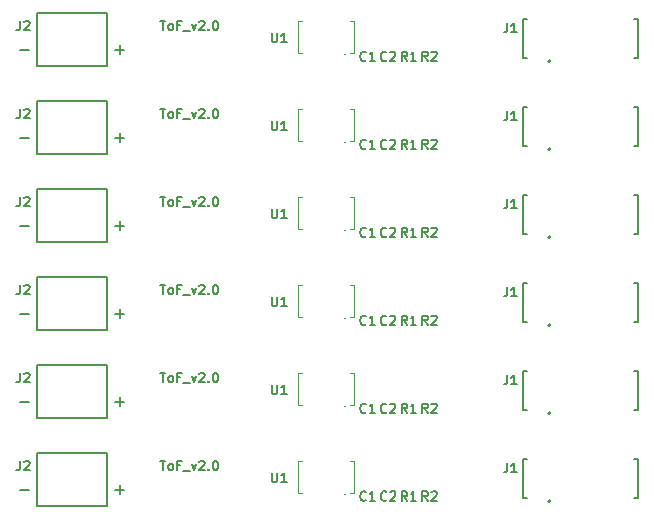
<source format=gbr>
%TF.GenerationSoftware,KiCad,Pcbnew,7.0.7-7.0.7~ubuntu22.04.1*%
%TF.CreationDate,2023-09-16T17:49:40-05:00*%
%TF.ProjectId,TOF_PANELIZED,544f465f-5041-44e4-954c-495a45442e6b,000*%
%TF.SameCoordinates,Original*%
%TF.FileFunction,Legend,Top*%
%TF.FilePolarity,Positive*%
%FSLAX46Y46*%
G04 Gerber Fmt 4.6, Leading zero omitted, Abs format (unit mm)*
G04 Created by KiCad (PCBNEW 7.0.7-7.0.7~ubuntu22.04.1) date 2023-09-16 17:49:40*
%MOMM*%
%LPD*%
G01*
G04 APERTURE LIST*
%ADD10C,0.150000*%
%ADD11C,0.127000*%
%ADD12C,0.120000*%
%ADD13C,0.200000*%
G04 APERTURE END LIST*
D10*
X62674761Y-65712295D02*
X63131904Y-65712295D01*
X62903332Y-66512295D02*
X62903332Y-65712295D01*
X63512856Y-66512295D02*
X63436666Y-66474200D01*
X63436666Y-66474200D02*
X63398571Y-66436104D01*
X63398571Y-66436104D02*
X63360475Y-66359914D01*
X63360475Y-66359914D02*
X63360475Y-66131342D01*
X63360475Y-66131342D02*
X63398571Y-66055152D01*
X63398571Y-66055152D02*
X63436666Y-66017057D01*
X63436666Y-66017057D02*
X63512856Y-65978961D01*
X63512856Y-65978961D02*
X63627142Y-65978961D01*
X63627142Y-65978961D02*
X63703333Y-66017057D01*
X63703333Y-66017057D02*
X63741428Y-66055152D01*
X63741428Y-66055152D02*
X63779523Y-66131342D01*
X63779523Y-66131342D02*
X63779523Y-66359914D01*
X63779523Y-66359914D02*
X63741428Y-66436104D01*
X63741428Y-66436104D02*
X63703333Y-66474200D01*
X63703333Y-66474200D02*
X63627142Y-66512295D01*
X63627142Y-66512295D02*
X63512856Y-66512295D01*
X64389047Y-66093247D02*
X64122381Y-66093247D01*
X64122381Y-66512295D02*
X64122381Y-65712295D01*
X64122381Y-65712295D02*
X64503333Y-65712295D01*
X64617619Y-66588485D02*
X65227142Y-66588485D01*
X65341428Y-65978961D02*
X65531904Y-66512295D01*
X65531904Y-66512295D02*
X65722381Y-65978961D01*
X65989047Y-65788485D02*
X66027143Y-65750390D01*
X66027143Y-65750390D02*
X66103333Y-65712295D01*
X66103333Y-65712295D02*
X66293809Y-65712295D01*
X66293809Y-65712295D02*
X66370000Y-65750390D01*
X66370000Y-65750390D02*
X66408095Y-65788485D01*
X66408095Y-65788485D02*
X66446190Y-65864676D01*
X66446190Y-65864676D02*
X66446190Y-65940866D01*
X66446190Y-65940866D02*
X66408095Y-66055152D01*
X66408095Y-66055152D02*
X65950952Y-66512295D01*
X65950952Y-66512295D02*
X66446190Y-66512295D01*
X66789048Y-66436104D02*
X66827143Y-66474200D01*
X66827143Y-66474200D02*
X66789048Y-66512295D01*
X66789048Y-66512295D02*
X66750952Y-66474200D01*
X66750952Y-66474200D02*
X66789048Y-66436104D01*
X66789048Y-66436104D02*
X66789048Y-66512295D01*
X67322381Y-65712295D02*
X67398571Y-65712295D01*
X67398571Y-65712295D02*
X67474762Y-65750390D01*
X67474762Y-65750390D02*
X67512857Y-65788485D01*
X67512857Y-65788485D02*
X67550952Y-65864676D01*
X67550952Y-65864676D02*
X67589047Y-66017057D01*
X67589047Y-66017057D02*
X67589047Y-66207533D01*
X67589047Y-66207533D02*
X67550952Y-66359914D01*
X67550952Y-66359914D02*
X67512857Y-66436104D01*
X67512857Y-66436104D02*
X67474762Y-66474200D01*
X67474762Y-66474200D02*
X67398571Y-66512295D01*
X67398571Y-66512295D02*
X67322381Y-66512295D01*
X67322381Y-66512295D02*
X67246190Y-66474200D01*
X67246190Y-66474200D02*
X67208095Y-66436104D01*
X67208095Y-66436104D02*
X67170000Y-66359914D01*
X67170000Y-66359914D02*
X67131904Y-66207533D01*
X67131904Y-66207533D02*
X67131904Y-66017057D01*
X67131904Y-66017057D02*
X67170000Y-65864676D01*
X67170000Y-65864676D02*
X67208095Y-65788485D01*
X67208095Y-65788485D02*
X67246190Y-65750390D01*
X67246190Y-65750390D02*
X67322381Y-65712295D01*
X50829048Y-45808866D02*
X51590953Y-45808866D01*
X62674761Y-43362295D02*
X63131904Y-43362295D01*
X62903332Y-44162295D02*
X62903332Y-43362295D01*
X63512856Y-44162295D02*
X63436666Y-44124200D01*
X63436666Y-44124200D02*
X63398571Y-44086104D01*
X63398571Y-44086104D02*
X63360475Y-44009914D01*
X63360475Y-44009914D02*
X63360475Y-43781342D01*
X63360475Y-43781342D02*
X63398571Y-43705152D01*
X63398571Y-43705152D02*
X63436666Y-43667057D01*
X63436666Y-43667057D02*
X63512856Y-43628961D01*
X63512856Y-43628961D02*
X63627142Y-43628961D01*
X63627142Y-43628961D02*
X63703333Y-43667057D01*
X63703333Y-43667057D02*
X63741428Y-43705152D01*
X63741428Y-43705152D02*
X63779523Y-43781342D01*
X63779523Y-43781342D02*
X63779523Y-44009914D01*
X63779523Y-44009914D02*
X63741428Y-44086104D01*
X63741428Y-44086104D02*
X63703333Y-44124200D01*
X63703333Y-44124200D02*
X63627142Y-44162295D01*
X63627142Y-44162295D02*
X63512856Y-44162295D01*
X64389047Y-43743247D02*
X64122381Y-43743247D01*
X64122381Y-44162295D02*
X64122381Y-43362295D01*
X64122381Y-43362295D02*
X64503333Y-43362295D01*
X64617619Y-44238485D02*
X65227142Y-44238485D01*
X65341428Y-43628961D02*
X65531904Y-44162295D01*
X65531904Y-44162295D02*
X65722381Y-43628961D01*
X65989047Y-43438485D02*
X66027143Y-43400390D01*
X66027143Y-43400390D02*
X66103333Y-43362295D01*
X66103333Y-43362295D02*
X66293809Y-43362295D01*
X66293809Y-43362295D02*
X66370000Y-43400390D01*
X66370000Y-43400390D02*
X66408095Y-43438485D01*
X66408095Y-43438485D02*
X66446190Y-43514676D01*
X66446190Y-43514676D02*
X66446190Y-43590866D01*
X66446190Y-43590866D02*
X66408095Y-43705152D01*
X66408095Y-43705152D02*
X65950952Y-44162295D01*
X65950952Y-44162295D02*
X66446190Y-44162295D01*
X66789048Y-44086104D02*
X66827143Y-44124200D01*
X66827143Y-44124200D02*
X66789048Y-44162295D01*
X66789048Y-44162295D02*
X66750952Y-44124200D01*
X66750952Y-44124200D02*
X66789048Y-44086104D01*
X66789048Y-44086104D02*
X66789048Y-44162295D01*
X67322381Y-43362295D02*
X67398571Y-43362295D01*
X67398571Y-43362295D02*
X67474762Y-43400390D01*
X67474762Y-43400390D02*
X67512857Y-43438485D01*
X67512857Y-43438485D02*
X67550952Y-43514676D01*
X67550952Y-43514676D02*
X67589047Y-43667057D01*
X67589047Y-43667057D02*
X67589047Y-43857533D01*
X67589047Y-43857533D02*
X67550952Y-44009914D01*
X67550952Y-44009914D02*
X67512857Y-44086104D01*
X67512857Y-44086104D02*
X67474762Y-44124200D01*
X67474762Y-44124200D02*
X67398571Y-44162295D01*
X67398571Y-44162295D02*
X67322381Y-44162295D01*
X67322381Y-44162295D02*
X67246190Y-44124200D01*
X67246190Y-44124200D02*
X67208095Y-44086104D01*
X67208095Y-44086104D02*
X67170000Y-44009914D01*
X67170000Y-44009914D02*
X67131904Y-43857533D01*
X67131904Y-43857533D02*
X67131904Y-43667057D01*
X67131904Y-43667057D02*
X67170000Y-43514676D01*
X67170000Y-43514676D02*
X67208095Y-43438485D01*
X67208095Y-43438485D02*
X67246190Y-43400390D01*
X67246190Y-43400390D02*
X67322381Y-43362295D01*
X62674761Y-28462295D02*
X63131904Y-28462295D01*
X62903332Y-29262295D02*
X62903332Y-28462295D01*
X63512856Y-29262295D02*
X63436666Y-29224200D01*
X63436666Y-29224200D02*
X63398571Y-29186104D01*
X63398571Y-29186104D02*
X63360475Y-29109914D01*
X63360475Y-29109914D02*
X63360475Y-28881342D01*
X63360475Y-28881342D02*
X63398571Y-28805152D01*
X63398571Y-28805152D02*
X63436666Y-28767057D01*
X63436666Y-28767057D02*
X63512856Y-28728961D01*
X63512856Y-28728961D02*
X63627142Y-28728961D01*
X63627142Y-28728961D02*
X63703333Y-28767057D01*
X63703333Y-28767057D02*
X63741428Y-28805152D01*
X63741428Y-28805152D02*
X63779523Y-28881342D01*
X63779523Y-28881342D02*
X63779523Y-29109914D01*
X63779523Y-29109914D02*
X63741428Y-29186104D01*
X63741428Y-29186104D02*
X63703333Y-29224200D01*
X63703333Y-29224200D02*
X63627142Y-29262295D01*
X63627142Y-29262295D02*
X63512856Y-29262295D01*
X64389047Y-28843247D02*
X64122381Y-28843247D01*
X64122381Y-29262295D02*
X64122381Y-28462295D01*
X64122381Y-28462295D02*
X64503333Y-28462295D01*
X64617619Y-29338485D02*
X65227142Y-29338485D01*
X65341428Y-28728961D02*
X65531904Y-29262295D01*
X65531904Y-29262295D02*
X65722381Y-28728961D01*
X65989047Y-28538485D02*
X66027143Y-28500390D01*
X66027143Y-28500390D02*
X66103333Y-28462295D01*
X66103333Y-28462295D02*
X66293809Y-28462295D01*
X66293809Y-28462295D02*
X66370000Y-28500390D01*
X66370000Y-28500390D02*
X66408095Y-28538485D01*
X66408095Y-28538485D02*
X66446190Y-28614676D01*
X66446190Y-28614676D02*
X66446190Y-28690866D01*
X66446190Y-28690866D02*
X66408095Y-28805152D01*
X66408095Y-28805152D02*
X65950952Y-29262295D01*
X65950952Y-29262295D02*
X66446190Y-29262295D01*
X66789048Y-29186104D02*
X66827143Y-29224200D01*
X66827143Y-29224200D02*
X66789048Y-29262295D01*
X66789048Y-29262295D02*
X66750952Y-29224200D01*
X66750952Y-29224200D02*
X66789048Y-29186104D01*
X66789048Y-29186104D02*
X66789048Y-29262295D01*
X67322381Y-28462295D02*
X67398571Y-28462295D01*
X67398571Y-28462295D02*
X67474762Y-28500390D01*
X67474762Y-28500390D02*
X67512857Y-28538485D01*
X67512857Y-28538485D02*
X67550952Y-28614676D01*
X67550952Y-28614676D02*
X67589047Y-28767057D01*
X67589047Y-28767057D02*
X67589047Y-28957533D01*
X67589047Y-28957533D02*
X67550952Y-29109914D01*
X67550952Y-29109914D02*
X67512857Y-29186104D01*
X67512857Y-29186104D02*
X67474762Y-29224200D01*
X67474762Y-29224200D02*
X67398571Y-29262295D01*
X67398571Y-29262295D02*
X67322381Y-29262295D01*
X67322381Y-29262295D02*
X67246190Y-29224200D01*
X67246190Y-29224200D02*
X67208095Y-29186104D01*
X67208095Y-29186104D02*
X67170000Y-29109914D01*
X67170000Y-29109914D02*
X67131904Y-28957533D01*
X67131904Y-28957533D02*
X67131904Y-28767057D01*
X67131904Y-28767057D02*
X67170000Y-28614676D01*
X67170000Y-28614676D02*
X67208095Y-28538485D01*
X67208095Y-28538485D02*
X67246190Y-28500390D01*
X67246190Y-28500390D02*
X67322381Y-28462295D01*
X62674761Y-35912295D02*
X63131904Y-35912295D01*
X62903332Y-36712295D02*
X62903332Y-35912295D01*
X63512856Y-36712295D02*
X63436666Y-36674200D01*
X63436666Y-36674200D02*
X63398571Y-36636104D01*
X63398571Y-36636104D02*
X63360475Y-36559914D01*
X63360475Y-36559914D02*
X63360475Y-36331342D01*
X63360475Y-36331342D02*
X63398571Y-36255152D01*
X63398571Y-36255152D02*
X63436666Y-36217057D01*
X63436666Y-36217057D02*
X63512856Y-36178961D01*
X63512856Y-36178961D02*
X63627142Y-36178961D01*
X63627142Y-36178961D02*
X63703333Y-36217057D01*
X63703333Y-36217057D02*
X63741428Y-36255152D01*
X63741428Y-36255152D02*
X63779523Y-36331342D01*
X63779523Y-36331342D02*
X63779523Y-36559914D01*
X63779523Y-36559914D02*
X63741428Y-36636104D01*
X63741428Y-36636104D02*
X63703333Y-36674200D01*
X63703333Y-36674200D02*
X63627142Y-36712295D01*
X63627142Y-36712295D02*
X63512856Y-36712295D01*
X64389047Y-36293247D02*
X64122381Y-36293247D01*
X64122381Y-36712295D02*
X64122381Y-35912295D01*
X64122381Y-35912295D02*
X64503333Y-35912295D01*
X64617619Y-36788485D02*
X65227142Y-36788485D01*
X65341428Y-36178961D02*
X65531904Y-36712295D01*
X65531904Y-36712295D02*
X65722381Y-36178961D01*
X65989047Y-35988485D02*
X66027143Y-35950390D01*
X66027143Y-35950390D02*
X66103333Y-35912295D01*
X66103333Y-35912295D02*
X66293809Y-35912295D01*
X66293809Y-35912295D02*
X66370000Y-35950390D01*
X66370000Y-35950390D02*
X66408095Y-35988485D01*
X66408095Y-35988485D02*
X66446190Y-36064676D01*
X66446190Y-36064676D02*
X66446190Y-36140866D01*
X66446190Y-36140866D02*
X66408095Y-36255152D01*
X66408095Y-36255152D02*
X65950952Y-36712295D01*
X65950952Y-36712295D02*
X66446190Y-36712295D01*
X66789048Y-36636104D02*
X66827143Y-36674200D01*
X66827143Y-36674200D02*
X66789048Y-36712295D01*
X66789048Y-36712295D02*
X66750952Y-36674200D01*
X66750952Y-36674200D02*
X66789048Y-36636104D01*
X66789048Y-36636104D02*
X66789048Y-36712295D01*
X67322381Y-35912295D02*
X67398571Y-35912295D01*
X67398571Y-35912295D02*
X67474762Y-35950390D01*
X67474762Y-35950390D02*
X67512857Y-35988485D01*
X67512857Y-35988485D02*
X67550952Y-36064676D01*
X67550952Y-36064676D02*
X67589047Y-36217057D01*
X67589047Y-36217057D02*
X67589047Y-36407533D01*
X67589047Y-36407533D02*
X67550952Y-36559914D01*
X67550952Y-36559914D02*
X67512857Y-36636104D01*
X67512857Y-36636104D02*
X67474762Y-36674200D01*
X67474762Y-36674200D02*
X67398571Y-36712295D01*
X67398571Y-36712295D02*
X67322381Y-36712295D01*
X67322381Y-36712295D02*
X67246190Y-36674200D01*
X67246190Y-36674200D02*
X67208095Y-36636104D01*
X67208095Y-36636104D02*
X67170000Y-36559914D01*
X67170000Y-36559914D02*
X67131904Y-36407533D01*
X67131904Y-36407533D02*
X67131904Y-36217057D01*
X67131904Y-36217057D02*
X67170000Y-36064676D01*
X67170000Y-36064676D02*
X67208095Y-35988485D01*
X67208095Y-35988485D02*
X67246190Y-35950390D01*
X67246190Y-35950390D02*
X67322381Y-35912295D01*
X58889048Y-53258866D02*
X59650953Y-53258866D01*
X59270000Y-53639819D02*
X59270000Y-52877914D01*
X58889048Y-30908866D02*
X59650953Y-30908866D01*
X59270000Y-31289819D02*
X59270000Y-30527914D01*
X50829048Y-68158866D02*
X51590953Y-68158866D01*
X50829048Y-38358866D02*
X51590953Y-38358866D01*
X62674761Y-58262295D02*
X63131904Y-58262295D01*
X62903332Y-59062295D02*
X62903332Y-58262295D01*
X63512856Y-59062295D02*
X63436666Y-59024200D01*
X63436666Y-59024200D02*
X63398571Y-58986104D01*
X63398571Y-58986104D02*
X63360475Y-58909914D01*
X63360475Y-58909914D02*
X63360475Y-58681342D01*
X63360475Y-58681342D02*
X63398571Y-58605152D01*
X63398571Y-58605152D02*
X63436666Y-58567057D01*
X63436666Y-58567057D02*
X63512856Y-58528961D01*
X63512856Y-58528961D02*
X63627142Y-58528961D01*
X63627142Y-58528961D02*
X63703333Y-58567057D01*
X63703333Y-58567057D02*
X63741428Y-58605152D01*
X63741428Y-58605152D02*
X63779523Y-58681342D01*
X63779523Y-58681342D02*
X63779523Y-58909914D01*
X63779523Y-58909914D02*
X63741428Y-58986104D01*
X63741428Y-58986104D02*
X63703333Y-59024200D01*
X63703333Y-59024200D02*
X63627142Y-59062295D01*
X63627142Y-59062295D02*
X63512856Y-59062295D01*
X64389047Y-58643247D02*
X64122381Y-58643247D01*
X64122381Y-59062295D02*
X64122381Y-58262295D01*
X64122381Y-58262295D02*
X64503333Y-58262295D01*
X64617619Y-59138485D02*
X65227142Y-59138485D01*
X65341428Y-58528961D02*
X65531904Y-59062295D01*
X65531904Y-59062295D02*
X65722381Y-58528961D01*
X65989047Y-58338485D02*
X66027143Y-58300390D01*
X66027143Y-58300390D02*
X66103333Y-58262295D01*
X66103333Y-58262295D02*
X66293809Y-58262295D01*
X66293809Y-58262295D02*
X66370000Y-58300390D01*
X66370000Y-58300390D02*
X66408095Y-58338485D01*
X66408095Y-58338485D02*
X66446190Y-58414676D01*
X66446190Y-58414676D02*
X66446190Y-58490866D01*
X66446190Y-58490866D02*
X66408095Y-58605152D01*
X66408095Y-58605152D02*
X65950952Y-59062295D01*
X65950952Y-59062295D02*
X66446190Y-59062295D01*
X66789048Y-58986104D02*
X66827143Y-59024200D01*
X66827143Y-59024200D02*
X66789048Y-59062295D01*
X66789048Y-59062295D02*
X66750952Y-59024200D01*
X66750952Y-59024200D02*
X66789048Y-58986104D01*
X66789048Y-58986104D02*
X66789048Y-59062295D01*
X67322381Y-58262295D02*
X67398571Y-58262295D01*
X67398571Y-58262295D02*
X67474762Y-58300390D01*
X67474762Y-58300390D02*
X67512857Y-58338485D01*
X67512857Y-58338485D02*
X67550952Y-58414676D01*
X67550952Y-58414676D02*
X67589047Y-58567057D01*
X67589047Y-58567057D02*
X67589047Y-58757533D01*
X67589047Y-58757533D02*
X67550952Y-58909914D01*
X67550952Y-58909914D02*
X67512857Y-58986104D01*
X67512857Y-58986104D02*
X67474762Y-59024200D01*
X67474762Y-59024200D02*
X67398571Y-59062295D01*
X67398571Y-59062295D02*
X67322381Y-59062295D01*
X67322381Y-59062295D02*
X67246190Y-59024200D01*
X67246190Y-59024200D02*
X67208095Y-58986104D01*
X67208095Y-58986104D02*
X67170000Y-58909914D01*
X67170000Y-58909914D02*
X67131904Y-58757533D01*
X67131904Y-58757533D02*
X67131904Y-58567057D01*
X67131904Y-58567057D02*
X67170000Y-58414676D01*
X67170000Y-58414676D02*
X67208095Y-58338485D01*
X67208095Y-58338485D02*
X67246190Y-58300390D01*
X67246190Y-58300390D02*
X67322381Y-58262295D01*
X58889048Y-38358866D02*
X59650953Y-38358866D01*
X59270000Y-38739819D02*
X59270000Y-37977914D01*
X58889048Y-45808866D02*
X59650953Y-45808866D01*
X59270000Y-46189819D02*
X59270000Y-45427914D01*
X50829048Y-53258866D02*
X51590953Y-53258866D01*
X50829048Y-30908866D02*
X51590953Y-30908866D01*
X50829048Y-60708866D02*
X51590953Y-60708866D01*
X62674761Y-50812295D02*
X63131904Y-50812295D01*
X62903332Y-51612295D02*
X62903332Y-50812295D01*
X63512856Y-51612295D02*
X63436666Y-51574200D01*
X63436666Y-51574200D02*
X63398571Y-51536104D01*
X63398571Y-51536104D02*
X63360475Y-51459914D01*
X63360475Y-51459914D02*
X63360475Y-51231342D01*
X63360475Y-51231342D02*
X63398571Y-51155152D01*
X63398571Y-51155152D02*
X63436666Y-51117057D01*
X63436666Y-51117057D02*
X63512856Y-51078961D01*
X63512856Y-51078961D02*
X63627142Y-51078961D01*
X63627142Y-51078961D02*
X63703333Y-51117057D01*
X63703333Y-51117057D02*
X63741428Y-51155152D01*
X63741428Y-51155152D02*
X63779523Y-51231342D01*
X63779523Y-51231342D02*
X63779523Y-51459914D01*
X63779523Y-51459914D02*
X63741428Y-51536104D01*
X63741428Y-51536104D02*
X63703333Y-51574200D01*
X63703333Y-51574200D02*
X63627142Y-51612295D01*
X63627142Y-51612295D02*
X63512856Y-51612295D01*
X64389047Y-51193247D02*
X64122381Y-51193247D01*
X64122381Y-51612295D02*
X64122381Y-50812295D01*
X64122381Y-50812295D02*
X64503333Y-50812295D01*
X64617619Y-51688485D02*
X65227142Y-51688485D01*
X65341428Y-51078961D02*
X65531904Y-51612295D01*
X65531904Y-51612295D02*
X65722381Y-51078961D01*
X65989047Y-50888485D02*
X66027143Y-50850390D01*
X66027143Y-50850390D02*
X66103333Y-50812295D01*
X66103333Y-50812295D02*
X66293809Y-50812295D01*
X66293809Y-50812295D02*
X66370000Y-50850390D01*
X66370000Y-50850390D02*
X66408095Y-50888485D01*
X66408095Y-50888485D02*
X66446190Y-50964676D01*
X66446190Y-50964676D02*
X66446190Y-51040866D01*
X66446190Y-51040866D02*
X66408095Y-51155152D01*
X66408095Y-51155152D02*
X65950952Y-51612295D01*
X65950952Y-51612295D02*
X66446190Y-51612295D01*
X66789048Y-51536104D02*
X66827143Y-51574200D01*
X66827143Y-51574200D02*
X66789048Y-51612295D01*
X66789048Y-51612295D02*
X66750952Y-51574200D01*
X66750952Y-51574200D02*
X66789048Y-51536104D01*
X66789048Y-51536104D02*
X66789048Y-51612295D01*
X67322381Y-50812295D02*
X67398571Y-50812295D01*
X67398571Y-50812295D02*
X67474762Y-50850390D01*
X67474762Y-50850390D02*
X67512857Y-50888485D01*
X67512857Y-50888485D02*
X67550952Y-50964676D01*
X67550952Y-50964676D02*
X67589047Y-51117057D01*
X67589047Y-51117057D02*
X67589047Y-51307533D01*
X67589047Y-51307533D02*
X67550952Y-51459914D01*
X67550952Y-51459914D02*
X67512857Y-51536104D01*
X67512857Y-51536104D02*
X67474762Y-51574200D01*
X67474762Y-51574200D02*
X67398571Y-51612295D01*
X67398571Y-51612295D02*
X67322381Y-51612295D01*
X67322381Y-51612295D02*
X67246190Y-51574200D01*
X67246190Y-51574200D02*
X67208095Y-51536104D01*
X67208095Y-51536104D02*
X67170000Y-51459914D01*
X67170000Y-51459914D02*
X67131904Y-51307533D01*
X67131904Y-51307533D02*
X67131904Y-51117057D01*
X67131904Y-51117057D02*
X67170000Y-50964676D01*
X67170000Y-50964676D02*
X67208095Y-50888485D01*
X67208095Y-50888485D02*
X67246190Y-50850390D01*
X67246190Y-50850390D02*
X67322381Y-50812295D01*
X58889048Y-60708866D02*
X59650953Y-60708866D01*
X59270000Y-61089819D02*
X59270000Y-60327914D01*
X58889048Y-68158866D02*
X59650953Y-68158866D01*
X59270000Y-68539819D02*
X59270000Y-67777914D01*
X50822931Y-65712352D02*
X50822931Y-66284641D01*
X50822931Y-66284641D02*
X50784779Y-66399099D01*
X50784779Y-66399099D02*
X50708473Y-66475405D01*
X50708473Y-66475405D02*
X50594016Y-66513557D01*
X50594016Y-66513557D02*
X50517710Y-66513557D01*
X51166305Y-65788657D02*
X51204458Y-65750505D01*
X51204458Y-65750505D02*
X51280763Y-65712352D01*
X51280763Y-65712352D02*
X51471526Y-65712352D01*
X51471526Y-65712352D02*
X51547831Y-65750505D01*
X51547831Y-65750505D02*
X51585984Y-65788657D01*
X51585984Y-65788657D02*
X51624136Y-65864963D01*
X51624136Y-65864963D02*
X51624136Y-65941268D01*
X51624136Y-65941268D02*
X51585984Y-66055726D01*
X51585984Y-66055726D02*
X51128152Y-66513557D01*
X51128152Y-66513557D02*
X51624136Y-66513557D01*
X83586667Y-61672295D02*
X83320000Y-61291342D01*
X83129524Y-61672295D02*
X83129524Y-60872295D01*
X83129524Y-60872295D02*
X83434286Y-60872295D01*
X83434286Y-60872295D02*
X83510476Y-60910390D01*
X83510476Y-60910390D02*
X83548571Y-60948485D01*
X83548571Y-60948485D02*
X83586667Y-61024676D01*
X83586667Y-61024676D02*
X83586667Y-61138961D01*
X83586667Y-61138961D02*
X83548571Y-61215152D01*
X83548571Y-61215152D02*
X83510476Y-61253247D01*
X83510476Y-61253247D02*
X83434286Y-61291342D01*
X83434286Y-61291342D02*
X83129524Y-61291342D01*
X84348571Y-61672295D02*
X83891428Y-61672295D01*
X84120000Y-61672295D02*
X84120000Y-60872295D01*
X84120000Y-60872295D02*
X84043809Y-60986580D01*
X84043809Y-60986580D02*
X83967619Y-61062771D01*
X83967619Y-61062771D02*
X83891428Y-61100866D01*
X72130476Y-66737295D02*
X72130476Y-67384914D01*
X72130476Y-67384914D02*
X72168571Y-67461104D01*
X72168571Y-67461104D02*
X72206666Y-67499200D01*
X72206666Y-67499200D02*
X72282857Y-67537295D01*
X72282857Y-67537295D02*
X72435238Y-67537295D01*
X72435238Y-67537295D02*
X72511428Y-67499200D01*
X72511428Y-67499200D02*
X72549523Y-67461104D01*
X72549523Y-67461104D02*
X72587619Y-67384914D01*
X72587619Y-67384914D02*
X72587619Y-66737295D01*
X73387618Y-67537295D02*
X72930475Y-67537295D01*
X73159047Y-67537295D02*
X73159047Y-66737295D01*
X73159047Y-66737295D02*
X73082856Y-66851580D01*
X73082856Y-66851580D02*
X73006666Y-66927771D01*
X73006666Y-66927771D02*
X72930475Y-66965866D01*
X92063333Y-28652295D02*
X92063333Y-29223723D01*
X92063333Y-29223723D02*
X92025238Y-29338009D01*
X92025238Y-29338009D02*
X91949047Y-29414200D01*
X91949047Y-29414200D02*
X91834762Y-29452295D01*
X91834762Y-29452295D02*
X91758571Y-29452295D01*
X92863333Y-29452295D02*
X92406190Y-29452295D01*
X92634762Y-29452295D02*
X92634762Y-28652295D01*
X92634762Y-28652295D02*
X92558571Y-28766580D01*
X92558571Y-28766580D02*
X92482381Y-28842771D01*
X92482381Y-28842771D02*
X92406190Y-28880866D01*
X85326667Y-46772295D02*
X85060000Y-46391342D01*
X84869524Y-46772295D02*
X84869524Y-45972295D01*
X84869524Y-45972295D02*
X85174286Y-45972295D01*
X85174286Y-45972295D02*
X85250476Y-46010390D01*
X85250476Y-46010390D02*
X85288571Y-46048485D01*
X85288571Y-46048485D02*
X85326667Y-46124676D01*
X85326667Y-46124676D02*
X85326667Y-46238961D01*
X85326667Y-46238961D02*
X85288571Y-46315152D01*
X85288571Y-46315152D02*
X85250476Y-46353247D01*
X85250476Y-46353247D02*
X85174286Y-46391342D01*
X85174286Y-46391342D02*
X84869524Y-46391342D01*
X85631428Y-46048485D02*
X85669524Y-46010390D01*
X85669524Y-46010390D02*
X85745714Y-45972295D01*
X85745714Y-45972295D02*
X85936190Y-45972295D01*
X85936190Y-45972295D02*
X86012381Y-46010390D01*
X86012381Y-46010390D02*
X86050476Y-46048485D01*
X86050476Y-46048485D02*
X86088571Y-46124676D01*
X86088571Y-46124676D02*
X86088571Y-46200866D01*
X86088571Y-46200866D02*
X86050476Y-46315152D01*
X86050476Y-46315152D02*
X85593333Y-46772295D01*
X85593333Y-46772295D02*
X86088571Y-46772295D01*
X85326667Y-31872295D02*
X85060000Y-31491342D01*
X84869524Y-31872295D02*
X84869524Y-31072295D01*
X84869524Y-31072295D02*
X85174286Y-31072295D01*
X85174286Y-31072295D02*
X85250476Y-31110390D01*
X85250476Y-31110390D02*
X85288571Y-31148485D01*
X85288571Y-31148485D02*
X85326667Y-31224676D01*
X85326667Y-31224676D02*
X85326667Y-31338961D01*
X85326667Y-31338961D02*
X85288571Y-31415152D01*
X85288571Y-31415152D02*
X85250476Y-31453247D01*
X85250476Y-31453247D02*
X85174286Y-31491342D01*
X85174286Y-31491342D02*
X84869524Y-31491342D01*
X85631428Y-31148485D02*
X85669524Y-31110390D01*
X85669524Y-31110390D02*
X85745714Y-31072295D01*
X85745714Y-31072295D02*
X85936190Y-31072295D01*
X85936190Y-31072295D02*
X86012381Y-31110390D01*
X86012381Y-31110390D02*
X86050476Y-31148485D01*
X86050476Y-31148485D02*
X86088571Y-31224676D01*
X86088571Y-31224676D02*
X86088571Y-31300866D01*
X86088571Y-31300866D02*
X86050476Y-31415152D01*
X86050476Y-31415152D02*
X85593333Y-31872295D01*
X85593333Y-31872295D02*
X86088571Y-31872295D01*
X85326667Y-54222295D02*
X85060000Y-53841342D01*
X84869524Y-54222295D02*
X84869524Y-53422295D01*
X84869524Y-53422295D02*
X85174286Y-53422295D01*
X85174286Y-53422295D02*
X85250476Y-53460390D01*
X85250476Y-53460390D02*
X85288571Y-53498485D01*
X85288571Y-53498485D02*
X85326667Y-53574676D01*
X85326667Y-53574676D02*
X85326667Y-53688961D01*
X85326667Y-53688961D02*
X85288571Y-53765152D01*
X85288571Y-53765152D02*
X85250476Y-53803247D01*
X85250476Y-53803247D02*
X85174286Y-53841342D01*
X85174286Y-53841342D02*
X84869524Y-53841342D01*
X85631428Y-53498485D02*
X85669524Y-53460390D01*
X85669524Y-53460390D02*
X85745714Y-53422295D01*
X85745714Y-53422295D02*
X85936190Y-53422295D01*
X85936190Y-53422295D02*
X86012381Y-53460390D01*
X86012381Y-53460390D02*
X86050476Y-53498485D01*
X86050476Y-53498485D02*
X86088571Y-53574676D01*
X86088571Y-53574676D02*
X86088571Y-53650866D01*
X86088571Y-53650866D02*
X86050476Y-53765152D01*
X86050476Y-53765152D02*
X85593333Y-54222295D01*
X85593333Y-54222295D02*
X86088571Y-54222295D01*
X83586667Y-54222295D02*
X83320000Y-53841342D01*
X83129524Y-54222295D02*
X83129524Y-53422295D01*
X83129524Y-53422295D02*
X83434286Y-53422295D01*
X83434286Y-53422295D02*
X83510476Y-53460390D01*
X83510476Y-53460390D02*
X83548571Y-53498485D01*
X83548571Y-53498485D02*
X83586667Y-53574676D01*
X83586667Y-53574676D02*
X83586667Y-53688961D01*
X83586667Y-53688961D02*
X83548571Y-53765152D01*
X83548571Y-53765152D02*
X83510476Y-53803247D01*
X83510476Y-53803247D02*
X83434286Y-53841342D01*
X83434286Y-53841342D02*
X83129524Y-53841342D01*
X84348571Y-54222295D02*
X83891428Y-54222295D01*
X84120000Y-54222295D02*
X84120000Y-53422295D01*
X84120000Y-53422295D02*
X84043809Y-53536580D01*
X84043809Y-53536580D02*
X83967619Y-53612771D01*
X83967619Y-53612771D02*
X83891428Y-53650866D01*
X50822931Y-58262352D02*
X50822931Y-58834641D01*
X50822931Y-58834641D02*
X50784779Y-58949099D01*
X50784779Y-58949099D02*
X50708473Y-59025405D01*
X50708473Y-59025405D02*
X50594016Y-59063557D01*
X50594016Y-59063557D02*
X50517710Y-59063557D01*
X51166305Y-58338657D02*
X51204458Y-58300505D01*
X51204458Y-58300505D02*
X51280763Y-58262352D01*
X51280763Y-58262352D02*
X51471526Y-58262352D01*
X51471526Y-58262352D02*
X51547831Y-58300505D01*
X51547831Y-58300505D02*
X51585984Y-58338657D01*
X51585984Y-58338657D02*
X51624136Y-58414963D01*
X51624136Y-58414963D02*
X51624136Y-58491268D01*
X51624136Y-58491268D02*
X51585984Y-58605726D01*
X51585984Y-58605726D02*
X51128152Y-59063557D01*
X51128152Y-59063557D02*
X51624136Y-59063557D01*
X81846667Y-39246104D02*
X81808571Y-39284200D01*
X81808571Y-39284200D02*
X81694286Y-39322295D01*
X81694286Y-39322295D02*
X81618095Y-39322295D01*
X81618095Y-39322295D02*
X81503809Y-39284200D01*
X81503809Y-39284200D02*
X81427619Y-39208009D01*
X81427619Y-39208009D02*
X81389524Y-39131819D01*
X81389524Y-39131819D02*
X81351428Y-38979438D01*
X81351428Y-38979438D02*
X81351428Y-38865152D01*
X81351428Y-38865152D02*
X81389524Y-38712771D01*
X81389524Y-38712771D02*
X81427619Y-38636580D01*
X81427619Y-38636580D02*
X81503809Y-38560390D01*
X81503809Y-38560390D02*
X81618095Y-38522295D01*
X81618095Y-38522295D02*
X81694286Y-38522295D01*
X81694286Y-38522295D02*
X81808571Y-38560390D01*
X81808571Y-38560390D02*
X81846667Y-38598485D01*
X82151428Y-38598485D02*
X82189524Y-38560390D01*
X82189524Y-38560390D02*
X82265714Y-38522295D01*
X82265714Y-38522295D02*
X82456190Y-38522295D01*
X82456190Y-38522295D02*
X82532381Y-38560390D01*
X82532381Y-38560390D02*
X82570476Y-38598485D01*
X82570476Y-38598485D02*
X82608571Y-38674676D01*
X82608571Y-38674676D02*
X82608571Y-38750866D01*
X82608571Y-38750866D02*
X82570476Y-38865152D01*
X82570476Y-38865152D02*
X82113333Y-39322295D01*
X82113333Y-39322295D02*
X82608571Y-39322295D01*
X81846667Y-69046104D02*
X81808571Y-69084200D01*
X81808571Y-69084200D02*
X81694286Y-69122295D01*
X81694286Y-69122295D02*
X81618095Y-69122295D01*
X81618095Y-69122295D02*
X81503809Y-69084200D01*
X81503809Y-69084200D02*
X81427619Y-69008009D01*
X81427619Y-69008009D02*
X81389524Y-68931819D01*
X81389524Y-68931819D02*
X81351428Y-68779438D01*
X81351428Y-68779438D02*
X81351428Y-68665152D01*
X81351428Y-68665152D02*
X81389524Y-68512771D01*
X81389524Y-68512771D02*
X81427619Y-68436580D01*
X81427619Y-68436580D02*
X81503809Y-68360390D01*
X81503809Y-68360390D02*
X81618095Y-68322295D01*
X81618095Y-68322295D02*
X81694286Y-68322295D01*
X81694286Y-68322295D02*
X81808571Y-68360390D01*
X81808571Y-68360390D02*
X81846667Y-68398485D01*
X82151428Y-68398485D02*
X82189524Y-68360390D01*
X82189524Y-68360390D02*
X82265714Y-68322295D01*
X82265714Y-68322295D02*
X82456190Y-68322295D01*
X82456190Y-68322295D02*
X82532381Y-68360390D01*
X82532381Y-68360390D02*
X82570476Y-68398485D01*
X82570476Y-68398485D02*
X82608571Y-68474676D01*
X82608571Y-68474676D02*
X82608571Y-68550866D01*
X82608571Y-68550866D02*
X82570476Y-68665152D01*
X82570476Y-68665152D02*
X82113333Y-69122295D01*
X82113333Y-69122295D02*
X82608571Y-69122295D01*
X81846667Y-61596104D02*
X81808571Y-61634200D01*
X81808571Y-61634200D02*
X81694286Y-61672295D01*
X81694286Y-61672295D02*
X81618095Y-61672295D01*
X81618095Y-61672295D02*
X81503809Y-61634200D01*
X81503809Y-61634200D02*
X81427619Y-61558009D01*
X81427619Y-61558009D02*
X81389524Y-61481819D01*
X81389524Y-61481819D02*
X81351428Y-61329438D01*
X81351428Y-61329438D02*
X81351428Y-61215152D01*
X81351428Y-61215152D02*
X81389524Y-61062771D01*
X81389524Y-61062771D02*
X81427619Y-60986580D01*
X81427619Y-60986580D02*
X81503809Y-60910390D01*
X81503809Y-60910390D02*
X81618095Y-60872295D01*
X81618095Y-60872295D02*
X81694286Y-60872295D01*
X81694286Y-60872295D02*
X81808571Y-60910390D01*
X81808571Y-60910390D02*
X81846667Y-60948485D01*
X82151428Y-60948485D02*
X82189524Y-60910390D01*
X82189524Y-60910390D02*
X82265714Y-60872295D01*
X82265714Y-60872295D02*
X82456190Y-60872295D01*
X82456190Y-60872295D02*
X82532381Y-60910390D01*
X82532381Y-60910390D02*
X82570476Y-60948485D01*
X82570476Y-60948485D02*
X82608571Y-61024676D01*
X82608571Y-61024676D02*
X82608571Y-61100866D01*
X82608571Y-61100866D02*
X82570476Y-61215152D01*
X82570476Y-61215152D02*
X82113333Y-61672295D01*
X82113333Y-61672295D02*
X82608571Y-61672295D01*
X80106667Y-54146104D02*
X80068571Y-54184200D01*
X80068571Y-54184200D02*
X79954286Y-54222295D01*
X79954286Y-54222295D02*
X79878095Y-54222295D01*
X79878095Y-54222295D02*
X79763809Y-54184200D01*
X79763809Y-54184200D02*
X79687619Y-54108009D01*
X79687619Y-54108009D02*
X79649524Y-54031819D01*
X79649524Y-54031819D02*
X79611428Y-53879438D01*
X79611428Y-53879438D02*
X79611428Y-53765152D01*
X79611428Y-53765152D02*
X79649524Y-53612771D01*
X79649524Y-53612771D02*
X79687619Y-53536580D01*
X79687619Y-53536580D02*
X79763809Y-53460390D01*
X79763809Y-53460390D02*
X79878095Y-53422295D01*
X79878095Y-53422295D02*
X79954286Y-53422295D01*
X79954286Y-53422295D02*
X80068571Y-53460390D01*
X80068571Y-53460390D02*
X80106667Y-53498485D01*
X80868571Y-54222295D02*
X80411428Y-54222295D01*
X80640000Y-54222295D02*
X80640000Y-53422295D01*
X80640000Y-53422295D02*
X80563809Y-53536580D01*
X80563809Y-53536580D02*
X80487619Y-53612771D01*
X80487619Y-53612771D02*
X80411428Y-53650866D01*
X50822931Y-35912352D02*
X50822931Y-36484641D01*
X50822931Y-36484641D02*
X50784779Y-36599099D01*
X50784779Y-36599099D02*
X50708473Y-36675405D01*
X50708473Y-36675405D02*
X50594016Y-36713557D01*
X50594016Y-36713557D02*
X50517710Y-36713557D01*
X51166305Y-35988657D02*
X51204458Y-35950505D01*
X51204458Y-35950505D02*
X51280763Y-35912352D01*
X51280763Y-35912352D02*
X51471526Y-35912352D01*
X51471526Y-35912352D02*
X51547831Y-35950505D01*
X51547831Y-35950505D02*
X51585984Y-35988657D01*
X51585984Y-35988657D02*
X51624136Y-36064963D01*
X51624136Y-36064963D02*
X51624136Y-36141268D01*
X51624136Y-36141268D02*
X51585984Y-36255726D01*
X51585984Y-36255726D02*
X51128152Y-36713557D01*
X51128152Y-36713557D02*
X51624136Y-36713557D01*
X85326667Y-61672295D02*
X85060000Y-61291342D01*
X84869524Y-61672295D02*
X84869524Y-60872295D01*
X84869524Y-60872295D02*
X85174286Y-60872295D01*
X85174286Y-60872295D02*
X85250476Y-60910390D01*
X85250476Y-60910390D02*
X85288571Y-60948485D01*
X85288571Y-60948485D02*
X85326667Y-61024676D01*
X85326667Y-61024676D02*
X85326667Y-61138961D01*
X85326667Y-61138961D02*
X85288571Y-61215152D01*
X85288571Y-61215152D02*
X85250476Y-61253247D01*
X85250476Y-61253247D02*
X85174286Y-61291342D01*
X85174286Y-61291342D02*
X84869524Y-61291342D01*
X85631428Y-60948485D02*
X85669524Y-60910390D01*
X85669524Y-60910390D02*
X85745714Y-60872295D01*
X85745714Y-60872295D02*
X85936190Y-60872295D01*
X85936190Y-60872295D02*
X86012381Y-60910390D01*
X86012381Y-60910390D02*
X86050476Y-60948485D01*
X86050476Y-60948485D02*
X86088571Y-61024676D01*
X86088571Y-61024676D02*
X86088571Y-61100866D01*
X86088571Y-61100866D02*
X86050476Y-61215152D01*
X86050476Y-61215152D02*
X85593333Y-61672295D01*
X85593333Y-61672295D02*
X86088571Y-61672295D01*
X72130476Y-44387295D02*
X72130476Y-45034914D01*
X72130476Y-45034914D02*
X72168571Y-45111104D01*
X72168571Y-45111104D02*
X72206666Y-45149200D01*
X72206666Y-45149200D02*
X72282857Y-45187295D01*
X72282857Y-45187295D02*
X72435238Y-45187295D01*
X72435238Y-45187295D02*
X72511428Y-45149200D01*
X72511428Y-45149200D02*
X72549523Y-45111104D01*
X72549523Y-45111104D02*
X72587619Y-45034914D01*
X72587619Y-45034914D02*
X72587619Y-44387295D01*
X73387618Y-45187295D02*
X72930475Y-45187295D01*
X73159047Y-45187295D02*
X73159047Y-44387295D01*
X73159047Y-44387295D02*
X73082856Y-44501580D01*
X73082856Y-44501580D02*
X73006666Y-44577771D01*
X73006666Y-44577771D02*
X72930475Y-44615866D01*
X83586667Y-46772295D02*
X83320000Y-46391342D01*
X83129524Y-46772295D02*
X83129524Y-45972295D01*
X83129524Y-45972295D02*
X83434286Y-45972295D01*
X83434286Y-45972295D02*
X83510476Y-46010390D01*
X83510476Y-46010390D02*
X83548571Y-46048485D01*
X83548571Y-46048485D02*
X83586667Y-46124676D01*
X83586667Y-46124676D02*
X83586667Y-46238961D01*
X83586667Y-46238961D02*
X83548571Y-46315152D01*
X83548571Y-46315152D02*
X83510476Y-46353247D01*
X83510476Y-46353247D02*
X83434286Y-46391342D01*
X83434286Y-46391342D02*
X83129524Y-46391342D01*
X84348571Y-46772295D02*
X83891428Y-46772295D01*
X84120000Y-46772295D02*
X84120000Y-45972295D01*
X84120000Y-45972295D02*
X84043809Y-46086580D01*
X84043809Y-46086580D02*
X83967619Y-46162771D01*
X83967619Y-46162771D02*
X83891428Y-46200866D01*
X81846667Y-46696104D02*
X81808571Y-46734200D01*
X81808571Y-46734200D02*
X81694286Y-46772295D01*
X81694286Y-46772295D02*
X81618095Y-46772295D01*
X81618095Y-46772295D02*
X81503809Y-46734200D01*
X81503809Y-46734200D02*
X81427619Y-46658009D01*
X81427619Y-46658009D02*
X81389524Y-46581819D01*
X81389524Y-46581819D02*
X81351428Y-46429438D01*
X81351428Y-46429438D02*
X81351428Y-46315152D01*
X81351428Y-46315152D02*
X81389524Y-46162771D01*
X81389524Y-46162771D02*
X81427619Y-46086580D01*
X81427619Y-46086580D02*
X81503809Y-46010390D01*
X81503809Y-46010390D02*
X81618095Y-45972295D01*
X81618095Y-45972295D02*
X81694286Y-45972295D01*
X81694286Y-45972295D02*
X81808571Y-46010390D01*
X81808571Y-46010390D02*
X81846667Y-46048485D01*
X82151428Y-46048485D02*
X82189524Y-46010390D01*
X82189524Y-46010390D02*
X82265714Y-45972295D01*
X82265714Y-45972295D02*
X82456190Y-45972295D01*
X82456190Y-45972295D02*
X82532381Y-46010390D01*
X82532381Y-46010390D02*
X82570476Y-46048485D01*
X82570476Y-46048485D02*
X82608571Y-46124676D01*
X82608571Y-46124676D02*
X82608571Y-46200866D01*
X82608571Y-46200866D02*
X82570476Y-46315152D01*
X82570476Y-46315152D02*
X82113333Y-46772295D01*
X82113333Y-46772295D02*
X82608571Y-46772295D01*
X92063333Y-51002295D02*
X92063333Y-51573723D01*
X92063333Y-51573723D02*
X92025238Y-51688009D01*
X92025238Y-51688009D02*
X91949047Y-51764200D01*
X91949047Y-51764200D02*
X91834762Y-51802295D01*
X91834762Y-51802295D02*
X91758571Y-51802295D01*
X92863333Y-51802295D02*
X92406190Y-51802295D01*
X92634762Y-51802295D02*
X92634762Y-51002295D01*
X92634762Y-51002295D02*
X92558571Y-51116580D01*
X92558571Y-51116580D02*
X92482381Y-51192771D01*
X92482381Y-51192771D02*
X92406190Y-51230866D01*
X50822931Y-28462352D02*
X50822931Y-29034641D01*
X50822931Y-29034641D02*
X50784779Y-29149099D01*
X50784779Y-29149099D02*
X50708473Y-29225405D01*
X50708473Y-29225405D02*
X50594016Y-29263557D01*
X50594016Y-29263557D02*
X50517710Y-29263557D01*
X51166305Y-28538657D02*
X51204458Y-28500505D01*
X51204458Y-28500505D02*
X51280763Y-28462352D01*
X51280763Y-28462352D02*
X51471526Y-28462352D01*
X51471526Y-28462352D02*
X51547831Y-28500505D01*
X51547831Y-28500505D02*
X51585984Y-28538657D01*
X51585984Y-28538657D02*
X51624136Y-28614963D01*
X51624136Y-28614963D02*
X51624136Y-28691268D01*
X51624136Y-28691268D02*
X51585984Y-28805726D01*
X51585984Y-28805726D02*
X51128152Y-29263557D01*
X51128152Y-29263557D02*
X51624136Y-29263557D01*
X72130476Y-29487295D02*
X72130476Y-30134914D01*
X72130476Y-30134914D02*
X72168571Y-30211104D01*
X72168571Y-30211104D02*
X72206666Y-30249200D01*
X72206666Y-30249200D02*
X72282857Y-30287295D01*
X72282857Y-30287295D02*
X72435238Y-30287295D01*
X72435238Y-30287295D02*
X72511428Y-30249200D01*
X72511428Y-30249200D02*
X72549523Y-30211104D01*
X72549523Y-30211104D02*
X72587619Y-30134914D01*
X72587619Y-30134914D02*
X72587619Y-29487295D01*
X73387618Y-30287295D02*
X72930475Y-30287295D01*
X73159047Y-30287295D02*
X73159047Y-29487295D01*
X73159047Y-29487295D02*
X73082856Y-29601580D01*
X73082856Y-29601580D02*
X73006666Y-29677771D01*
X73006666Y-29677771D02*
X72930475Y-29715866D01*
X92063333Y-65902295D02*
X92063333Y-66473723D01*
X92063333Y-66473723D02*
X92025238Y-66588009D01*
X92025238Y-66588009D02*
X91949047Y-66664200D01*
X91949047Y-66664200D02*
X91834762Y-66702295D01*
X91834762Y-66702295D02*
X91758571Y-66702295D01*
X92863333Y-66702295D02*
X92406190Y-66702295D01*
X92634762Y-66702295D02*
X92634762Y-65902295D01*
X92634762Y-65902295D02*
X92558571Y-66016580D01*
X92558571Y-66016580D02*
X92482381Y-66092771D01*
X92482381Y-66092771D02*
X92406190Y-66130866D01*
X92063333Y-58452295D02*
X92063333Y-59023723D01*
X92063333Y-59023723D02*
X92025238Y-59138009D01*
X92025238Y-59138009D02*
X91949047Y-59214200D01*
X91949047Y-59214200D02*
X91834762Y-59252295D01*
X91834762Y-59252295D02*
X91758571Y-59252295D01*
X92863333Y-59252295D02*
X92406190Y-59252295D01*
X92634762Y-59252295D02*
X92634762Y-58452295D01*
X92634762Y-58452295D02*
X92558571Y-58566580D01*
X92558571Y-58566580D02*
X92482381Y-58642771D01*
X92482381Y-58642771D02*
X92406190Y-58680866D01*
X80106667Y-61596104D02*
X80068571Y-61634200D01*
X80068571Y-61634200D02*
X79954286Y-61672295D01*
X79954286Y-61672295D02*
X79878095Y-61672295D01*
X79878095Y-61672295D02*
X79763809Y-61634200D01*
X79763809Y-61634200D02*
X79687619Y-61558009D01*
X79687619Y-61558009D02*
X79649524Y-61481819D01*
X79649524Y-61481819D02*
X79611428Y-61329438D01*
X79611428Y-61329438D02*
X79611428Y-61215152D01*
X79611428Y-61215152D02*
X79649524Y-61062771D01*
X79649524Y-61062771D02*
X79687619Y-60986580D01*
X79687619Y-60986580D02*
X79763809Y-60910390D01*
X79763809Y-60910390D02*
X79878095Y-60872295D01*
X79878095Y-60872295D02*
X79954286Y-60872295D01*
X79954286Y-60872295D02*
X80068571Y-60910390D01*
X80068571Y-60910390D02*
X80106667Y-60948485D01*
X80868571Y-61672295D02*
X80411428Y-61672295D01*
X80640000Y-61672295D02*
X80640000Y-60872295D01*
X80640000Y-60872295D02*
X80563809Y-60986580D01*
X80563809Y-60986580D02*
X80487619Y-61062771D01*
X80487619Y-61062771D02*
X80411428Y-61100866D01*
X83586667Y-69122295D02*
X83320000Y-68741342D01*
X83129524Y-69122295D02*
X83129524Y-68322295D01*
X83129524Y-68322295D02*
X83434286Y-68322295D01*
X83434286Y-68322295D02*
X83510476Y-68360390D01*
X83510476Y-68360390D02*
X83548571Y-68398485D01*
X83548571Y-68398485D02*
X83586667Y-68474676D01*
X83586667Y-68474676D02*
X83586667Y-68588961D01*
X83586667Y-68588961D02*
X83548571Y-68665152D01*
X83548571Y-68665152D02*
X83510476Y-68703247D01*
X83510476Y-68703247D02*
X83434286Y-68741342D01*
X83434286Y-68741342D02*
X83129524Y-68741342D01*
X84348571Y-69122295D02*
X83891428Y-69122295D01*
X84120000Y-69122295D02*
X84120000Y-68322295D01*
X84120000Y-68322295D02*
X84043809Y-68436580D01*
X84043809Y-68436580D02*
X83967619Y-68512771D01*
X83967619Y-68512771D02*
X83891428Y-68550866D01*
X81846667Y-31796104D02*
X81808571Y-31834200D01*
X81808571Y-31834200D02*
X81694286Y-31872295D01*
X81694286Y-31872295D02*
X81618095Y-31872295D01*
X81618095Y-31872295D02*
X81503809Y-31834200D01*
X81503809Y-31834200D02*
X81427619Y-31758009D01*
X81427619Y-31758009D02*
X81389524Y-31681819D01*
X81389524Y-31681819D02*
X81351428Y-31529438D01*
X81351428Y-31529438D02*
X81351428Y-31415152D01*
X81351428Y-31415152D02*
X81389524Y-31262771D01*
X81389524Y-31262771D02*
X81427619Y-31186580D01*
X81427619Y-31186580D02*
X81503809Y-31110390D01*
X81503809Y-31110390D02*
X81618095Y-31072295D01*
X81618095Y-31072295D02*
X81694286Y-31072295D01*
X81694286Y-31072295D02*
X81808571Y-31110390D01*
X81808571Y-31110390D02*
X81846667Y-31148485D01*
X82151428Y-31148485D02*
X82189524Y-31110390D01*
X82189524Y-31110390D02*
X82265714Y-31072295D01*
X82265714Y-31072295D02*
X82456190Y-31072295D01*
X82456190Y-31072295D02*
X82532381Y-31110390D01*
X82532381Y-31110390D02*
X82570476Y-31148485D01*
X82570476Y-31148485D02*
X82608571Y-31224676D01*
X82608571Y-31224676D02*
X82608571Y-31300866D01*
X82608571Y-31300866D02*
X82570476Y-31415152D01*
X82570476Y-31415152D02*
X82113333Y-31872295D01*
X82113333Y-31872295D02*
X82608571Y-31872295D01*
X72130476Y-36937295D02*
X72130476Y-37584914D01*
X72130476Y-37584914D02*
X72168571Y-37661104D01*
X72168571Y-37661104D02*
X72206666Y-37699200D01*
X72206666Y-37699200D02*
X72282857Y-37737295D01*
X72282857Y-37737295D02*
X72435238Y-37737295D01*
X72435238Y-37737295D02*
X72511428Y-37699200D01*
X72511428Y-37699200D02*
X72549523Y-37661104D01*
X72549523Y-37661104D02*
X72587619Y-37584914D01*
X72587619Y-37584914D02*
X72587619Y-36937295D01*
X73387618Y-37737295D02*
X72930475Y-37737295D01*
X73159047Y-37737295D02*
X73159047Y-36937295D01*
X73159047Y-36937295D02*
X73082856Y-37051580D01*
X73082856Y-37051580D02*
X73006666Y-37127771D01*
X73006666Y-37127771D02*
X72930475Y-37165866D01*
X92063333Y-36102295D02*
X92063333Y-36673723D01*
X92063333Y-36673723D02*
X92025238Y-36788009D01*
X92025238Y-36788009D02*
X91949047Y-36864200D01*
X91949047Y-36864200D02*
X91834762Y-36902295D01*
X91834762Y-36902295D02*
X91758571Y-36902295D01*
X92863333Y-36902295D02*
X92406190Y-36902295D01*
X92634762Y-36902295D02*
X92634762Y-36102295D01*
X92634762Y-36102295D02*
X92558571Y-36216580D01*
X92558571Y-36216580D02*
X92482381Y-36292771D01*
X92482381Y-36292771D02*
X92406190Y-36330866D01*
X85326667Y-69122295D02*
X85060000Y-68741342D01*
X84869524Y-69122295D02*
X84869524Y-68322295D01*
X84869524Y-68322295D02*
X85174286Y-68322295D01*
X85174286Y-68322295D02*
X85250476Y-68360390D01*
X85250476Y-68360390D02*
X85288571Y-68398485D01*
X85288571Y-68398485D02*
X85326667Y-68474676D01*
X85326667Y-68474676D02*
X85326667Y-68588961D01*
X85326667Y-68588961D02*
X85288571Y-68665152D01*
X85288571Y-68665152D02*
X85250476Y-68703247D01*
X85250476Y-68703247D02*
X85174286Y-68741342D01*
X85174286Y-68741342D02*
X84869524Y-68741342D01*
X85631428Y-68398485D02*
X85669524Y-68360390D01*
X85669524Y-68360390D02*
X85745714Y-68322295D01*
X85745714Y-68322295D02*
X85936190Y-68322295D01*
X85936190Y-68322295D02*
X86012381Y-68360390D01*
X86012381Y-68360390D02*
X86050476Y-68398485D01*
X86050476Y-68398485D02*
X86088571Y-68474676D01*
X86088571Y-68474676D02*
X86088571Y-68550866D01*
X86088571Y-68550866D02*
X86050476Y-68665152D01*
X86050476Y-68665152D02*
X85593333Y-69122295D01*
X85593333Y-69122295D02*
X86088571Y-69122295D01*
X80106667Y-46696104D02*
X80068571Y-46734200D01*
X80068571Y-46734200D02*
X79954286Y-46772295D01*
X79954286Y-46772295D02*
X79878095Y-46772295D01*
X79878095Y-46772295D02*
X79763809Y-46734200D01*
X79763809Y-46734200D02*
X79687619Y-46658009D01*
X79687619Y-46658009D02*
X79649524Y-46581819D01*
X79649524Y-46581819D02*
X79611428Y-46429438D01*
X79611428Y-46429438D02*
X79611428Y-46315152D01*
X79611428Y-46315152D02*
X79649524Y-46162771D01*
X79649524Y-46162771D02*
X79687619Y-46086580D01*
X79687619Y-46086580D02*
X79763809Y-46010390D01*
X79763809Y-46010390D02*
X79878095Y-45972295D01*
X79878095Y-45972295D02*
X79954286Y-45972295D01*
X79954286Y-45972295D02*
X80068571Y-46010390D01*
X80068571Y-46010390D02*
X80106667Y-46048485D01*
X80868571Y-46772295D02*
X80411428Y-46772295D01*
X80640000Y-46772295D02*
X80640000Y-45972295D01*
X80640000Y-45972295D02*
X80563809Y-46086580D01*
X80563809Y-46086580D02*
X80487619Y-46162771D01*
X80487619Y-46162771D02*
X80411428Y-46200866D01*
X92063333Y-43552295D02*
X92063333Y-44123723D01*
X92063333Y-44123723D02*
X92025238Y-44238009D01*
X92025238Y-44238009D02*
X91949047Y-44314200D01*
X91949047Y-44314200D02*
X91834762Y-44352295D01*
X91834762Y-44352295D02*
X91758571Y-44352295D01*
X92863333Y-44352295D02*
X92406190Y-44352295D01*
X92634762Y-44352295D02*
X92634762Y-43552295D01*
X92634762Y-43552295D02*
X92558571Y-43666580D01*
X92558571Y-43666580D02*
X92482381Y-43742771D01*
X92482381Y-43742771D02*
X92406190Y-43780866D01*
X85326667Y-39322295D02*
X85060000Y-38941342D01*
X84869524Y-39322295D02*
X84869524Y-38522295D01*
X84869524Y-38522295D02*
X85174286Y-38522295D01*
X85174286Y-38522295D02*
X85250476Y-38560390D01*
X85250476Y-38560390D02*
X85288571Y-38598485D01*
X85288571Y-38598485D02*
X85326667Y-38674676D01*
X85326667Y-38674676D02*
X85326667Y-38788961D01*
X85326667Y-38788961D02*
X85288571Y-38865152D01*
X85288571Y-38865152D02*
X85250476Y-38903247D01*
X85250476Y-38903247D02*
X85174286Y-38941342D01*
X85174286Y-38941342D02*
X84869524Y-38941342D01*
X85631428Y-38598485D02*
X85669524Y-38560390D01*
X85669524Y-38560390D02*
X85745714Y-38522295D01*
X85745714Y-38522295D02*
X85936190Y-38522295D01*
X85936190Y-38522295D02*
X86012381Y-38560390D01*
X86012381Y-38560390D02*
X86050476Y-38598485D01*
X86050476Y-38598485D02*
X86088571Y-38674676D01*
X86088571Y-38674676D02*
X86088571Y-38750866D01*
X86088571Y-38750866D02*
X86050476Y-38865152D01*
X86050476Y-38865152D02*
X85593333Y-39322295D01*
X85593333Y-39322295D02*
X86088571Y-39322295D01*
X83586667Y-31872295D02*
X83320000Y-31491342D01*
X83129524Y-31872295D02*
X83129524Y-31072295D01*
X83129524Y-31072295D02*
X83434286Y-31072295D01*
X83434286Y-31072295D02*
X83510476Y-31110390D01*
X83510476Y-31110390D02*
X83548571Y-31148485D01*
X83548571Y-31148485D02*
X83586667Y-31224676D01*
X83586667Y-31224676D02*
X83586667Y-31338961D01*
X83586667Y-31338961D02*
X83548571Y-31415152D01*
X83548571Y-31415152D02*
X83510476Y-31453247D01*
X83510476Y-31453247D02*
X83434286Y-31491342D01*
X83434286Y-31491342D02*
X83129524Y-31491342D01*
X84348571Y-31872295D02*
X83891428Y-31872295D01*
X84120000Y-31872295D02*
X84120000Y-31072295D01*
X84120000Y-31072295D02*
X84043809Y-31186580D01*
X84043809Y-31186580D02*
X83967619Y-31262771D01*
X83967619Y-31262771D02*
X83891428Y-31300866D01*
X72130476Y-51837295D02*
X72130476Y-52484914D01*
X72130476Y-52484914D02*
X72168571Y-52561104D01*
X72168571Y-52561104D02*
X72206666Y-52599200D01*
X72206666Y-52599200D02*
X72282857Y-52637295D01*
X72282857Y-52637295D02*
X72435238Y-52637295D01*
X72435238Y-52637295D02*
X72511428Y-52599200D01*
X72511428Y-52599200D02*
X72549523Y-52561104D01*
X72549523Y-52561104D02*
X72587619Y-52484914D01*
X72587619Y-52484914D02*
X72587619Y-51837295D01*
X73387618Y-52637295D02*
X72930475Y-52637295D01*
X73159047Y-52637295D02*
X73159047Y-51837295D01*
X73159047Y-51837295D02*
X73082856Y-51951580D01*
X73082856Y-51951580D02*
X73006666Y-52027771D01*
X73006666Y-52027771D02*
X72930475Y-52065866D01*
X80106667Y-39246104D02*
X80068571Y-39284200D01*
X80068571Y-39284200D02*
X79954286Y-39322295D01*
X79954286Y-39322295D02*
X79878095Y-39322295D01*
X79878095Y-39322295D02*
X79763809Y-39284200D01*
X79763809Y-39284200D02*
X79687619Y-39208009D01*
X79687619Y-39208009D02*
X79649524Y-39131819D01*
X79649524Y-39131819D02*
X79611428Y-38979438D01*
X79611428Y-38979438D02*
X79611428Y-38865152D01*
X79611428Y-38865152D02*
X79649524Y-38712771D01*
X79649524Y-38712771D02*
X79687619Y-38636580D01*
X79687619Y-38636580D02*
X79763809Y-38560390D01*
X79763809Y-38560390D02*
X79878095Y-38522295D01*
X79878095Y-38522295D02*
X79954286Y-38522295D01*
X79954286Y-38522295D02*
X80068571Y-38560390D01*
X80068571Y-38560390D02*
X80106667Y-38598485D01*
X80868571Y-39322295D02*
X80411428Y-39322295D01*
X80640000Y-39322295D02*
X80640000Y-38522295D01*
X80640000Y-38522295D02*
X80563809Y-38636580D01*
X80563809Y-38636580D02*
X80487619Y-38712771D01*
X80487619Y-38712771D02*
X80411428Y-38750866D01*
X83586667Y-39322295D02*
X83320000Y-38941342D01*
X83129524Y-39322295D02*
X83129524Y-38522295D01*
X83129524Y-38522295D02*
X83434286Y-38522295D01*
X83434286Y-38522295D02*
X83510476Y-38560390D01*
X83510476Y-38560390D02*
X83548571Y-38598485D01*
X83548571Y-38598485D02*
X83586667Y-38674676D01*
X83586667Y-38674676D02*
X83586667Y-38788961D01*
X83586667Y-38788961D02*
X83548571Y-38865152D01*
X83548571Y-38865152D02*
X83510476Y-38903247D01*
X83510476Y-38903247D02*
X83434286Y-38941342D01*
X83434286Y-38941342D02*
X83129524Y-38941342D01*
X84348571Y-39322295D02*
X83891428Y-39322295D01*
X84120000Y-39322295D02*
X84120000Y-38522295D01*
X84120000Y-38522295D02*
X84043809Y-38636580D01*
X84043809Y-38636580D02*
X83967619Y-38712771D01*
X83967619Y-38712771D02*
X83891428Y-38750866D01*
X80106667Y-31796104D02*
X80068571Y-31834200D01*
X80068571Y-31834200D02*
X79954286Y-31872295D01*
X79954286Y-31872295D02*
X79878095Y-31872295D01*
X79878095Y-31872295D02*
X79763809Y-31834200D01*
X79763809Y-31834200D02*
X79687619Y-31758009D01*
X79687619Y-31758009D02*
X79649524Y-31681819D01*
X79649524Y-31681819D02*
X79611428Y-31529438D01*
X79611428Y-31529438D02*
X79611428Y-31415152D01*
X79611428Y-31415152D02*
X79649524Y-31262771D01*
X79649524Y-31262771D02*
X79687619Y-31186580D01*
X79687619Y-31186580D02*
X79763809Y-31110390D01*
X79763809Y-31110390D02*
X79878095Y-31072295D01*
X79878095Y-31072295D02*
X79954286Y-31072295D01*
X79954286Y-31072295D02*
X80068571Y-31110390D01*
X80068571Y-31110390D02*
X80106667Y-31148485D01*
X80868571Y-31872295D02*
X80411428Y-31872295D01*
X80640000Y-31872295D02*
X80640000Y-31072295D01*
X80640000Y-31072295D02*
X80563809Y-31186580D01*
X80563809Y-31186580D02*
X80487619Y-31262771D01*
X80487619Y-31262771D02*
X80411428Y-31300866D01*
X50822931Y-50812352D02*
X50822931Y-51384641D01*
X50822931Y-51384641D02*
X50784779Y-51499099D01*
X50784779Y-51499099D02*
X50708473Y-51575405D01*
X50708473Y-51575405D02*
X50594016Y-51613557D01*
X50594016Y-51613557D02*
X50517710Y-51613557D01*
X51166305Y-50888657D02*
X51204458Y-50850505D01*
X51204458Y-50850505D02*
X51280763Y-50812352D01*
X51280763Y-50812352D02*
X51471526Y-50812352D01*
X51471526Y-50812352D02*
X51547831Y-50850505D01*
X51547831Y-50850505D02*
X51585984Y-50888657D01*
X51585984Y-50888657D02*
X51624136Y-50964963D01*
X51624136Y-50964963D02*
X51624136Y-51041268D01*
X51624136Y-51041268D02*
X51585984Y-51155726D01*
X51585984Y-51155726D02*
X51128152Y-51613557D01*
X51128152Y-51613557D02*
X51624136Y-51613557D01*
X50822931Y-43362352D02*
X50822931Y-43934641D01*
X50822931Y-43934641D02*
X50784779Y-44049099D01*
X50784779Y-44049099D02*
X50708473Y-44125405D01*
X50708473Y-44125405D02*
X50594016Y-44163557D01*
X50594016Y-44163557D02*
X50517710Y-44163557D01*
X51166305Y-43438657D02*
X51204458Y-43400505D01*
X51204458Y-43400505D02*
X51280763Y-43362352D01*
X51280763Y-43362352D02*
X51471526Y-43362352D01*
X51471526Y-43362352D02*
X51547831Y-43400505D01*
X51547831Y-43400505D02*
X51585984Y-43438657D01*
X51585984Y-43438657D02*
X51624136Y-43514963D01*
X51624136Y-43514963D02*
X51624136Y-43591268D01*
X51624136Y-43591268D02*
X51585984Y-43705726D01*
X51585984Y-43705726D02*
X51128152Y-44163557D01*
X51128152Y-44163557D02*
X51624136Y-44163557D01*
X81846667Y-54146104D02*
X81808571Y-54184200D01*
X81808571Y-54184200D02*
X81694286Y-54222295D01*
X81694286Y-54222295D02*
X81618095Y-54222295D01*
X81618095Y-54222295D02*
X81503809Y-54184200D01*
X81503809Y-54184200D02*
X81427619Y-54108009D01*
X81427619Y-54108009D02*
X81389524Y-54031819D01*
X81389524Y-54031819D02*
X81351428Y-53879438D01*
X81351428Y-53879438D02*
X81351428Y-53765152D01*
X81351428Y-53765152D02*
X81389524Y-53612771D01*
X81389524Y-53612771D02*
X81427619Y-53536580D01*
X81427619Y-53536580D02*
X81503809Y-53460390D01*
X81503809Y-53460390D02*
X81618095Y-53422295D01*
X81618095Y-53422295D02*
X81694286Y-53422295D01*
X81694286Y-53422295D02*
X81808571Y-53460390D01*
X81808571Y-53460390D02*
X81846667Y-53498485D01*
X82151428Y-53498485D02*
X82189524Y-53460390D01*
X82189524Y-53460390D02*
X82265714Y-53422295D01*
X82265714Y-53422295D02*
X82456190Y-53422295D01*
X82456190Y-53422295D02*
X82532381Y-53460390D01*
X82532381Y-53460390D02*
X82570476Y-53498485D01*
X82570476Y-53498485D02*
X82608571Y-53574676D01*
X82608571Y-53574676D02*
X82608571Y-53650866D01*
X82608571Y-53650866D02*
X82570476Y-53765152D01*
X82570476Y-53765152D02*
X82113333Y-54222295D01*
X82113333Y-54222295D02*
X82608571Y-54222295D01*
X80106667Y-69046104D02*
X80068571Y-69084200D01*
X80068571Y-69084200D02*
X79954286Y-69122295D01*
X79954286Y-69122295D02*
X79878095Y-69122295D01*
X79878095Y-69122295D02*
X79763809Y-69084200D01*
X79763809Y-69084200D02*
X79687619Y-69008009D01*
X79687619Y-69008009D02*
X79649524Y-68931819D01*
X79649524Y-68931819D02*
X79611428Y-68779438D01*
X79611428Y-68779438D02*
X79611428Y-68665152D01*
X79611428Y-68665152D02*
X79649524Y-68512771D01*
X79649524Y-68512771D02*
X79687619Y-68436580D01*
X79687619Y-68436580D02*
X79763809Y-68360390D01*
X79763809Y-68360390D02*
X79878095Y-68322295D01*
X79878095Y-68322295D02*
X79954286Y-68322295D01*
X79954286Y-68322295D02*
X80068571Y-68360390D01*
X80068571Y-68360390D02*
X80106667Y-68398485D01*
X80868571Y-69122295D02*
X80411428Y-69122295D01*
X80640000Y-69122295D02*
X80640000Y-68322295D01*
X80640000Y-68322295D02*
X80563809Y-68436580D01*
X80563809Y-68436580D02*
X80487619Y-68512771D01*
X80487619Y-68512771D02*
X80411428Y-68550866D01*
X72130476Y-59287295D02*
X72130476Y-59934914D01*
X72130476Y-59934914D02*
X72168571Y-60011104D01*
X72168571Y-60011104D02*
X72206666Y-60049200D01*
X72206666Y-60049200D02*
X72282857Y-60087295D01*
X72282857Y-60087295D02*
X72435238Y-60087295D01*
X72435238Y-60087295D02*
X72511428Y-60049200D01*
X72511428Y-60049200D02*
X72549523Y-60011104D01*
X72549523Y-60011104D02*
X72587619Y-59934914D01*
X72587619Y-59934914D02*
X72587619Y-59287295D01*
X73387618Y-60087295D02*
X72930475Y-60087295D01*
X73159047Y-60087295D02*
X73159047Y-59287295D01*
X73159047Y-59287295D02*
X73082856Y-59401580D01*
X73082856Y-59401580D02*
X73006666Y-59477771D01*
X73006666Y-59477771D02*
X72930475Y-59515866D01*
D11*
%TO.C,J2*%
X52265000Y-65040000D02*
X58165000Y-65040000D01*
X52265000Y-69540000D02*
X52265000Y-65040000D01*
X58165000Y-65040000D02*
X58165000Y-69540000D01*
X58165000Y-69540000D02*
X52265000Y-69540000D01*
D12*
%TO.C,U1*%
X79089500Y-65778800D02*
X78753553Y-65778800D01*
X74726447Y-65778800D02*
X74390500Y-65778800D01*
X74390500Y-65778800D02*
X74390500Y-68471200D01*
X79089500Y-68471200D02*
X79089500Y-65778800D01*
X78753553Y-68471200D02*
X79089500Y-68471200D01*
X74390500Y-68471200D02*
X74726447Y-68471200D01*
X78384721Y-68575000D02*
G75*
G03*
X78384721Y-68575000I-44721J0D01*
G01*
X78410711Y-68575000D02*
G75*
G03*
X78410711Y-68575000I-70711J0D01*
G01*
D11*
%TO.C,J1*%
X93415000Y-28285000D02*
X93415000Y-31585000D01*
X93415000Y-31585000D02*
X93765000Y-31585000D01*
X93765000Y-28285000D02*
X93415000Y-28285000D01*
X102765000Y-28285000D02*
X103115000Y-28285000D01*
X103115000Y-28285000D02*
X103115000Y-31585000D01*
X103115000Y-31585000D02*
X102765000Y-31585000D01*
D13*
X95715000Y-31885000D02*
G75*
G03*
X95715000Y-31885000I-100000J0D01*
G01*
D11*
%TO.C,J2*%
X52265000Y-57590000D02*
X58165000Y-57590000D01*
X52265000Y-62090000D02*
X52265000Y-57590000D01*
X58165000Y-57590000D02*
X58165000Y-62090000D01*
X58165000Y-62090000D02*
X52265000Y-62090000D01*
X52265000Y-35240000D02*
X58165000Y-35240000D01*
X52265000Y-39740000D02*
X52265000Y-35240000D01*
X58165000Y-35240000D02*
X58165000Y-39740000D01*
X58165000Y-39740000D02*
X52265000Y-39740000D01*
D12*
%TO.C,U1*%
X79089500Y-43428800D02*
X78753553Y-43428800D01*
X74726447Y-43428800D02*
X74390500Y-43428800D01*
X74390500Y-43428800D02*
X74390500Y-46121200D01*
X79089500Y-46121200D02*
X79089500Y-43428800D01*
X78753553Y-46121200D02*
X79089500Y-46121200D01*
X74390500Y-46121200D02*
X74726447Y-46121200D01*
X78384721Y-46225000D02*
G75*
G03*
X78384721Y-46225000I-44721J0D01*
G01*
X78410711Y-46225000D02*
G75*
G03*
X78410711Y-46225000I-70711J0D01*
G01*
D11*
%TO.C,J1*%
X93415000Y-50635000D02*
X93415000Y-53935000D01*
X93415000Y-53935000D02*
X93765000Y-53935000D01*
X93765000Y-50635000D02*
X93415000Y-50635000D01*
X102765000Y-50635000D02*
X103115000Y-50635000D01*
X103115000Y-50635000D02*
X103115000Y-53935000D01*
X103115000Y-53935000D02*
X102765000Y-53935000D01*
D13*
X95715000Y-54235000D02*
G75*
G03*
X95715000Y-54235000I-100000J0D01*
G01*
D11*
%TO.C,J2*%
X52265000Y-27790000D02*
X58165000Y-27790000D01*
X52265000Y-32290000D02*
X52265000Y-27790000D01*
X58165000Y-27790000D02*
X58165000Y-32290000D01*
X58165000Y-32290000D02*
X52265000Y-32290000D01*
D12*
%TO.C,U1*%
X79089500Y-28528800D02*
X78753553Y-28528800D01*
X74726447Y-28528800D02*
X74390500Y-28528800D01*
X74390500Y-28528800D02*
X74390500Y-31221200D01*
X79089500Y-31221200D02*
X79089500Y-28528800D01*
X78753553Y-31221200D02*
X79089500Y-31221200D01*
X74390500Y-31221200D02*
X74726447Y-31221200D01*
X78384721Y-31325000D02*
G75*
G03*
X78384721Y-31325000I-44721J0D01*
G01*
X78410711Y-31325000D02*
G75*
G03*
X78410711Y-31325000I-70711J0D01*
G01*
D11*
%TO.C,J1*%
X93415000Y-65535000D02*
X93415000Y-68835000D01*
X93415000Y-68835000D02*
X93765000Y-68835000D01*
X93765000Y-65535000D02*
X93415000Y-65535000D01*
X102765000Y-65535000D02*
X103115000Y-65535000D01*
X103115000Y-65535000D02*
X103115000Y-68835000D01*
X103115000Y-68835000D02*
X102765000Y-68835000D01*
D13*
X95715000Y-69135000D02*
G75*
G03*
X95715000Y-69135000I-100000J0D01*
G01*
D11*
X93415000Y-58085000D02*
X93415000Y-61385000D01*
X93415000Y-61385000D02*
X93765000Y-61385000D01*
X93765000Y-58085000D02*
X93415000Y-58085000D01*
X102765000Y-58085000D02*
X103115000Y-58085000D01*
X103115000Y-58085000D02*
X103115000Y-61385000D01*
X103115000Y-61385000D02*
X102765000Y-61385000D01*
D13*
X95715000Y-61685000D02*
G75*
G03*
X95715000Y-61685000I-100000J0D01*
G01*
D12*
%TO.C,U1*%
X79089500Y-35978800D02*
X78753553Y-35978800D01*
X74726447Y-35978800D02*
X74390500Y-35978800D01*
X74390500Y-35978800D02*
X74390500Y-38671200D01*
X79089500Y-38671200D02*
X79089500Y-35978800D01*
X78753553Y-38671200D02*
X79089500Y-38671200D01*
X74390500Y-38671200D02*
X74726447Y-38671200D01*
X78384721Y-38775000D02*
G75*
G03*
X78384721Y-38775000I-44721J0D01*
G01*
X78410711Y-38775000D02*
G75*
G03*
X78410711Y-38775000I-70711J0D01*
G01*
D11*
%TO.C,J1*%
X93415000Y-35735000D02*
X93415000Y-39035000D01*
X93415000Y-39035000D02*
X93765000Y-39035000D01*
X93765000Y-35735000D02*
X93415000Y-35735000D01*
X102765000Y-35735000D02*
X103115000Y-35735000D01*
X103115000Y-35735000D02*
X103115000Y-39035000D01*
X103115000Y-39035000D02*
X102765000Y-39035000D01*
D13*
X95715000Y-39335000D02*
G75*
G03*
X95715000Y-39335000I-100000J0D01*
G01*
D11*
X93415000Y-43185000D02*
X93415000Y-46485000D01*
X93415000Y-46485000D02*
X93765000Y-46485000D01*
X93765000Y-43185000D02*
X93415000Y-43185000D01*
X102765000Y-43185000D02*
X103115000Y-43185000D01*
X103115000Y-43185000D02*
X103115000Y-46485000D01*
X103115000Y-46485000D02*
X102765000Y-46485000D01*
D13*
X95715000Y-46785000D02*
G75*
G03*
X95715000Y-46785000I-100000J0D01*
G01*
D12*
%TO.C,U1*%
X79089500Y-50878800D02*
X78753553Y-50878800D01*
X74726447Y-50878800D02*
X74390500Y-50878800D01*
X74390500Y-50878800D02*
X74390500Y-53571200D01*
X79089500Y-53571200D02*
X79089500Y-50878800D01*
X78753553Y-53571200D02*
X79089500Y-53571200D01*
X74390500Y-53571200D02*
X74726447Y-53571200D01*
X78384721Y-53675000D02*
G75*
G03*
X78384721Y-53675000I-44721J0D01*
G01*
X78410711Y-53675000D02*
G75*
G03*
X78410711Y-53675000I-70711J0D01*
G01*
D11*
%TO.C,J2*%
X52265000Y-50140000D02*
X58165000Y-50140000D01*
X52265000Y-54640000D02*
X52265000Y-50140000D01*
X58165000Y-50140000D02*
X58165000Y-54640000D01*
X58165000Y-54640000D02*
X52265000Y-54640000D01*
X52265000Y-42690000D02*
X58165000Y-42690000D01*
X52265000Y-47190000D02*
X52265000Y-42690000D01*
X58165000Y-42690000D02*
X58165000Y-47190000D01*
X58165000Y-47190000D02*
X52265000Y-47190000D01*
D12*
%TO.C,U1*%
X79089500Y-58328800D02*
X78753553Y-58328800D01*
X74726447Y-58328800D02*
X74390500Y-58328800D01*
X74390500Y-58328800D02*
X74390500Y-61021200D01*
X79089500Y-61021200D02*
X79089500Y-58328800D01*
X78753553Y-61021200D02*
X79089500Y-61021200D01*
X74390500Y-61021200D02*
X74726447Y-61021200D01*
X78384721Y-61125000D02*
G75*
G03*
X78384721Y-61125000I-44721J0D01*
G01*
X78410711Y-61125000D02*
G75*
G03*
X78410711Y-61125000I-70711J0D01*
G01*
%TD*%
M02*

</source>
